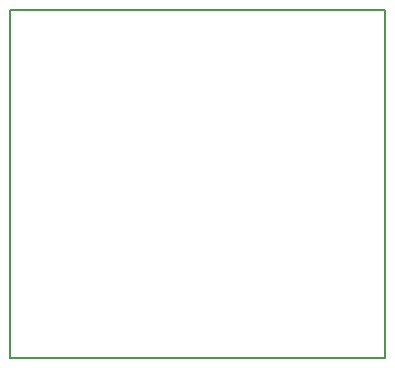
<source format=gbr>
G04 #@! TF.GenerationSoftware,KiCad,Pcbnew,5.0.2-bee76a0~70~ubuntu16.04.1*
G04 #@! TF.CreationDate,2019-03-15T16:31:10-06:00*
G04 #@! TF.ProjectId,AX25_TNC_modemmodule,41583235-5f54-44e4-935f-6d6f64656d6d,rev?*
G04 #@! TF.SameCoordinates,Original*
G04 #@! TF.FileFunction,Profile,NP*
%FSLAX46Y46*%
G04 Gerber Fmt 4.6, Leading zero omitted, Abs format (unit mm)*
G04 Created by KiCad (PCBNEW 5.0.2-bee76a0~70~ubuntu16.04.1) date Fri 15 Mar 2019 04:31:10 PM MDT*
%MOMM*%
%LPD*%
G01*
G04 APERTURE LIST*
%ADD10C,0.150000*%
G04 APERTURE END LIST*
D10*
X167195500Y-95504000D02*
X167195500Y-125031500D01*
X135445500Y-95504000D02*
X167195500Y-95504000D01*
X135445500Y-125031500D02*
X135445500Y-95504000D01*
X167195500Y-125031500D02*
X135445500Y-125031500D01*
M02*

</source>
